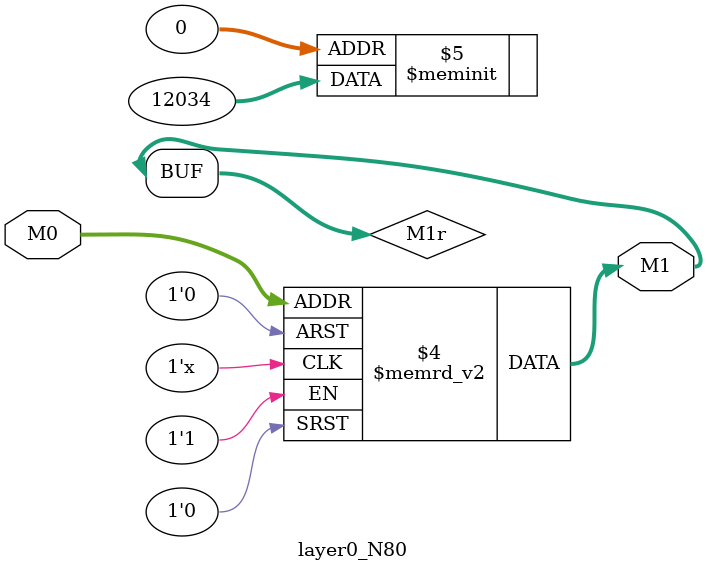
<source format=v>
module layer0_N80 ( input [3:0] M0, output [1:0] M1 );

	(*rom_style = "distributed" *) reg [1:0] M1r;
	assign M1 = M1r;
	always @ (M0) begin
		case (M0)
			4'b0000: M1r = 2'b10;
			4'b1000: M1r = 2'b00;
			4'b0100: M1r = 2'b11;
			4'b1100: M1r = 2'b00;
			4'b0010: M1r = 2'b00;
			4'b1010: M1r = 2'b00;
			4'b0110: M1r = 2'b10;
			4'b1110: M1r = 2'b00;
			4'b0001: M1r = 2'b00;
			4'b1001: M1r = 2'b00;
			4'b0101: M1r = 2'b11;
			4'b1101: M1r = 2'b00;
			4'b0011: M1r = 2'b00;
			4'b1011: M1r = 2'b00;
			4'b0111: M1r = 2'b00;
			4'b1111: M1r = 2'b00;

		endcase
	end
endmodule

</source>
